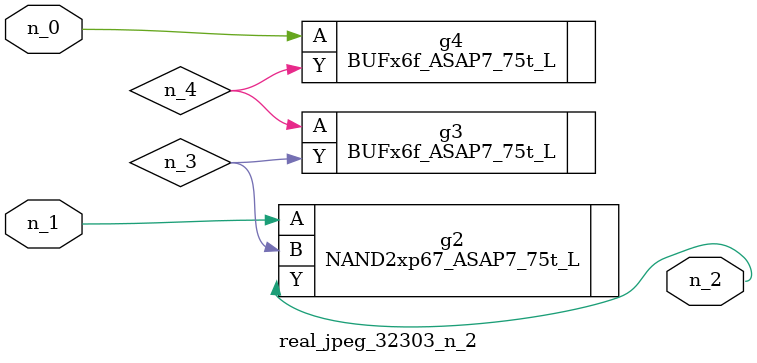
<source format=v>
module real_jpeg_32303_n_2 (n_1, n_0, n_2);

input n_1;
input n_0;

output n_2;

wire n_4;
wire n_3;

BUFx6f_ASAP7_75t_L g4 ( 
.A(n_0),
.Y(n_4)
);

NAND2xp67_ASAP7_75t_L g2 ( 
.A(n_1),
.B(n_3),
.Y(n_2)
);

BUFx6f_ASAP7_75t_L g3 ( 
.A(n_4),
.Y(n_3)
);


endmodule
</source>
